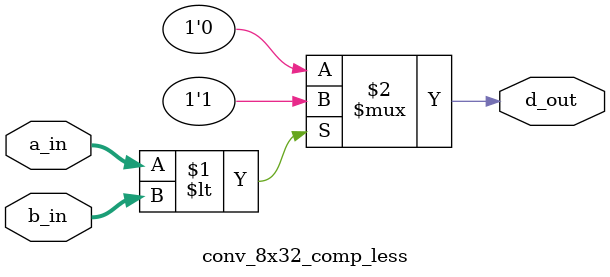
<source format=sv>

/******************************************************************
* Description
*
* LESS
*
* Author: Juan Antonio Serrano Gomez
* email : antonio.serrano@cinvestav.mx
* Date  :	09/06/2023
******************************************************************/


module conv_8x32_comp_less #(
	parameter DATA_WIDTH = 8
	
)(
	input  logic [DATA_WIDTH-1:0] a_in, 
	input  logic [DATA_WIDTH-1:0] b_in, 
	output logic d_out
);

assign d_out = (a_in < b_in) ? 1'b1 : 1'b0;

endmodule

</source>
